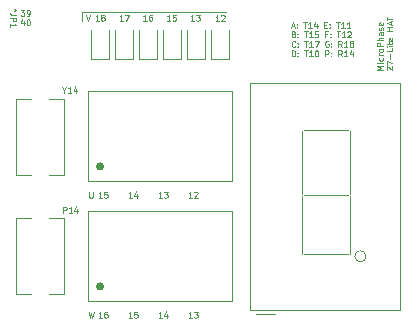
<source format=gbr>
%TF.GenerationSoftware,KiCad,Pcbnew,8.0.2-8.0.2-0~ubuntu24.04.1*%
%TF.CreationDate,2024-05-05T00:33:56+09:00*%
%TF.ProjectId,development_hat,64657665-6c6f-4706-9d65-6e745f686174,rev?*%
%TF.SameCoordinates,Original*%
%TF.FileFunction,Legend,Top*%
%TF.FilePolarity,Positive*%
%FSLAX46Y46*%
G04 Gerber Fmt 4.6, Leading zero omitted, Abs format (unit mm)*
G04 Created by KiCad (PCBNEW 8.0.2-8.0.2-0~ubuntu24.04.1) date 2024-05-05 00:33:56*
%MOMM*%
%LPD*%
G01*
G04 APERTURE LIST*
%ADD10C,0.100000*%
%ADD11C,0.367500*%
%ADD12C,0.120000*%
G04 APERTURE END LIST*
D10*
X42926000Y-90424000D02*
X55118000Y-90424000D01*
X42926000Y-91186000D02*
X42926000Y-90424000D01*
X50404762Y-91158109D02*
X50119048Y-91158109D01*
X50261905Y-91158109D02*
X50261905Y-90658109D01*
X50261905Y-90658109D02*
X50214286Y-90729538D01*
X50214286Y-90729538D02*
X50166667Y-90777157D01*
X50166667Y-90777157D02*
X50119048Y-90800966D01*
X50857142Y-90658109D02*
X50619047Y-90658109D01*
X50619047Y-90658109D02*
X50595238Y-90896204D01*
X50595238Y-90896204D02*
X50619047Y-90872395D01*
X50619047Y-90872395D02*
X50666666Y-90848585D01*
X50666666Y-90848585D02*
X50785714Y-90848585D01*
X50785714Y-90848585D02*
X50833333Y-90872395D01*
X50833333Y-90872395D02*
X50857142Y-90896204D01*
X50857142Y-90896204D02*
X50880952Y-90943823D01*
X50880952Y-90943823D02*
X50880952Y-91062871D01*
X50880952Y-91062871D02*
X50857142Y-91110490D01*
X50857142Y-91110490D02*
X50833333Y-91134300D01*
X50833333Y-91134300D02*
X50785714Y-91158109D01*
X50785714Y-91158109D02*
X50666666Y-91158109D01*
X50666666Y-91158109D02*
X50619047Y-91134300D01*
X50619047Y-91134300D02*
X50595238Y-91110490D01*
X52228762Y-116304109D02*
X51943048Y-116304109D01*
X52085905Y-116304109D02*
X52085905Y-115804109D01*
X52085905Y-115804109D02*
X52038286Y-115875538D01*
X52038286Y-115875538D02*
X51990667Y-115923157D01*
X51990667Y-115923157D02*
X51943048Y-115946966D01*
X52395428Y-115804109D02*
X52704952Y-115804109D01*
X52704952Y-115804109D02*
X52538285Y-115994585D01*
X52538285Y-115994585D02*
X52609714Y-115994585D01*
X52609714Y-115994585D02*
X52657333Y-116018395D01*
X52657333Y-116018395D02*
X52681142Y-116042204D01*
X52681142Y-116042204D02*
X52704952Y-116089823D01*
X52704952Y-116089823D02*
X52704952Y-116208871D01*
X52704952Y-116208871D02*
X52681142Y-116256490D01*
X52681142Y-116256490D02*
X52657333Y-116280300D01*
X52657333Y-116280300D02*
X52609714Y-116304109D01*
X52609714Y-116304109D02*
X52466857Y-116304109D01*
X52466857Y-116304109D02*
X52419238Y-116280300D01*
X52419238Y-116280300D02*
X52395428Y-116256490D01*
X43267334Y-90658109D02*
X43434000Y-91158109D01*
X43434000Y-91158109D02*
X43600667Y-90658109D01*
X44608762Y-106144109D02*
X44323048Y-106144109D01*
X44465905Y-106144109D02*
X44465905Y-105644109D01*
X44465905Y-105644109D02*
X44418286Y-105715538D01*
X44418286Y-105715538D02*
X44370667Y-105763157D01*
X44370667Y-105763157D02*
X44323048Y-105786966D01*
X45061142Y-105644109D02*
X44823047Y-105644109D01*
X44823047Y-105644109D02*
X44799238Y-105882204D01*
X44799238Y-105882204D02*
X44823047Y-105858395D01*
X44823047Y-105858395D02*
X44870666Y-105834585D01*
X44870666Y-105834585D02*
X44989714Y-105834585D01*
X44989714Y-105834585D02*
X45037333Y-105858395D01*
X45037333Y-105858395D02*
X45061142Y-105882204D01*
X45061142Y-105882204D02*
X45084952Y-105929823D01*
X45084952Y-105929823D02*
X45084952Y-106048871D01*
X45084952Y-106048871D02*
X45061142Y-106096490D01*
X45061142Y-106096490D02*
X45037333Y-106120300D01*
X45037333Y-106120300D02*
X44989714Y-106144109D01*
X44989714Y-106144109D02*
X44870666Y-106144109D01*
X44870666Y-106144109D02*
X44823047Y-106120300D01*
X44823047Y-106120300D02*
X44799238Y-106096490D01*
X47148762Y-116304109D02*
X46863048Y-116304109D01*
X47005905Y-116304109D02*
X47005905Y-115804109D01*
X47005905Y-115804109D02*
X46958286Y-115875538D01*
X46958286Y-115875538D02*
X46910667Y-115923157D01*
X46910667Y-115923157D02*
X46863048Y-115946966D01*
X47601142Y-115804109D02*
X47363047Y-115804109D01*
X47363047Y-115804109D02*
X47339238Y-116042204D01*
X47339238Y-116042204D02*
X47363047Y-116018395D01*
X47363047Y-116018395D02*
X47410666Y-115994585D01*
X47410666Y-115994585D02*
X47529714Y-115994585D01*
X47529714Y-115994585D02*
X47577333Y-116018395D01*
X47577333Y-116018395D02*
X47601142Y-116042204D01*
X47601142Y-116042204D02*
X47624952Y-116089823D01*
X47624952Y-116089823D02*
X47624952Y-116208871D01*
X47624952Y-116208871D02*
X47601142Y-116256490D01*
X47601142Y-116256490D02*
X47577333Y-116280300D01*
X47577333Y-116280300D02*
X47529714Y-116304109D01*
X47529714Y-116304109D02*
X47410666Y-116304109D01*
X47410666Y-116304109D02*
X47363047Y-116280300D01*
X47363047Y-116280300D02*
X47339238Y-116256490D01*
X52404762Y-91158109D02*
X52119048Y-91158109D01*
X52261905Y-91158109D02*
X52261905Y-90658109D01*
X52261905Y-90658109D02*
X52214286Y-90729538D01*
X52214286Y-90729538D02*
X52166667Y-90777157D01*
X52166667Y-90777157D02*
X52119048Y-90800966D01*
X52571428Y-90658109D02*
X52880952Y-90658109D01*
X52880952Y-90658109D02*
X52714285Y-90848585D01*
X52714285Y-90848585D02*
X52785714Y-90848585D01*
X52785714Y-90848585D02*
X52833333Y-90872395D01*
X52833333Y-90872395D02*
X52857142Y-90896204D01*
X52857142Y-90896204D02*
X52880952Y-90943823D01*
X52880952Y-90943823D02*
X52880952Y-91062871D01*
X52880952Y-91062871D02*
X52857142Y-91110490D01*
X52857142Y-91110490D02*
X52833333Y-91134300D01*
X52833333Y-91134300D02*
X52785714Y-91158109D01*
X52785714Y-91158109D02*
X52642857Y-91158109D01*
X52642857Y-91158109D02*
X52595238Y-91134300D01*
X52595238Y-91134300D02*
X52571428Y-91110490D01*
X43545142Y-105644109D02*
X43545142Y-106048871D01*
X43545142Y-106048871D02*
X43568952Y-106096490D01*
X43568952Y-106096490D02*
X43592761Y-106120300D01*
X43592761Y-106120300D02*
X43640380Y-106144109D01*
X43640380Y-106144109D02*
X43735618Y-106144109D01*
X43735618Y-106144109D02*
X43783237Y-106120300D01*
X43783237Y-106120300D02*
X43807047Y-106096490D01*
X43807047Y-106096490D02*
X43830856Y-106048871D01*
X43830856Y-106048871D02*
X43830856Y-105644109D01*
X49688762Y-116304109D02*
X49403048Y-116304109D01*
X49545905Y-116304109D02*
X49545905Y-115804109D01*
X49545905Y-115804109D02*
X49498286Y-115875538D01*
X49498286Y-115875538D02*
X49450667Y-115923157D01*
X49450667Y-115923157D02*
X49403048Y-115946966D01*
X50117333Y-115970776D02*
X50117333Y-116304109D01*
X49998285Y-115780300D02*
X49879238Y-116137442D01*
X49879238Y-116137442D02*
X50188761Y-116137442D01*
X49688762Y-106144109D02*
X49403048Y-106144109D01*
X49545905Y-106144109D02*
X49545905Y-105644109D01*
X49545905Y-105644109D02*
X49498286Y-105715538D01*
X49498286Y-105715538D02*
X49450667Y-105763157D01*
X49450667Y-105763157D02*
X49403048Y-105786966D01*
X49855428Y-105644109D02*
X50164952Y-105644109D01*
X50164952Y-105644109D02*
X49998285Y-105834585D01*
X49998285Y-105834585D02*
X50069714Y-105834585D01*
X50069714Y-105834585D02*
X50117333Y-105858395D01*
X50117333Y-105858395D02*
X50141142Y-105882204D01*
X50141142Y-105882204D02*
X50164952Y-105929823D01*
X50164952Y-105929823D02*
X50164952Y-106048871D01*
X50164952Y-106048871D02*
X50141142Y-106096490D01*
X50141142Y-106096490D02*
X50117333Y-106120300D01*
X50117333Y-106120300D02*
X50069714Y-106144109D01*
X50069714Y-106144109D02*
X49926857Y-106144109D01*
X49926857Y-106144109D02*
X49879238Y-106120300D01*
X49879238Y-106120300D02*
X49855428Y-106096490D01*
X37357890Y-90253429D02*
X37238842Y-90253429D01*
X37286461Y-90134381D02*
X37238842Y-90253429D01*
X37238842Y-90253429D02*
X37286461Y-90372476D01*
X37143604Y-90182000D02*
X37238842Y-90253429D01*
X37238842Y-90253429D02*
X37143604Y-90324857D01*
X37357890Y-90705809D02*
X37000747Y-90705809D01*
X37000747Y-90705809D02*
X36929319Y-90682000D01*
X36929319Y-90682000D02*
X36881700Y-90634381D01*
X36881700Y-90634381D02*
X36857890Y-90562952D01*
X36857890Y-90562952D02*
X36857890Y-90515333D01*
X36857890Y-90943904D02*
X37357890Y-90943904D01*
X37357890Y-90943904D02*
X37357890Y-91134380D01*
X37357890Y-91134380D02*
X37334080Y-91181999D01*
X37334080Y-91181999D02*
X37310271Y-91205809D01*
X37310271Y-91205809D02*
X37262652Y-91229618D01*
X37262652Y-91229618D02*
X37191223Y-91229618D01*
X37191223Y-91229618D02*
X37143604Y-91205809D01*
X37143604Y-91205809D02*
X37119795Y-91181999D01*
X37119795Y-91181999D02*
X37095985Y-91134380D01*
X37095985Y-91134380D02*
X37095985Y-90943904D01*
X36857890Y-91705809D02*
X36857890Y-91420095D01*
X36857890Y-91562952D02*
X37357890Y-91562952D01*
X37357890Y-91562952D02*
X37286461Y-91515333D01*
X37286461Y-91515333D02*
X37238842Y-91467714D01*
X37238842Y-91467714D02*
X37215033Y-91420095D01*
X54514762Y-91196609D02*
X54229048Y-91196609D01*
X54371905Y-91196609D02*
X54371905Y-90696609D01*
X54371905Y-90696609D02*
X54324286Y-90768038D01*
X54324286Y-90768038D02*
X54276667Y-90815657D01*
X54276667Y-90815657D02*
X54229048Y-90839466D01*
X54705238Y-90744228D02*
X54729047Y-90720419D01*
X54729047Y-90720419D02*
X54776666Y-90696609D01*
X54776666Y-90696609D02*
X54895714Y-90696609D01*
X54895714Y-90696609D02*
X54943333Y-90720419D01*
X54943333Y-90720419D02*
X54967142Y-90744228D01*
X54967142Y-90744228D02*
X54990952Y-90791847D01*
X54990952Y-90791847D02*
X54990952Y-90839466D01*
X54990952Y-90839466D02*
X54967142Y-90910895D01*
X54967142Y-90910895D02*
X54681428Y-91196609D01*
X54681428Y-91196609D02*
X54990952Y-91196609D01*
X44608762Y-116304109D02*
X44323048Y-116304109D01*
X44465905Y-116304109D02*
X44465905Y-115804109D01*
X44465905Y-115804109D02*
X44418286Y-115875538D01*
X44418286Y-115875538D02*
X44370667Y-115923157D01*
X44370667Y-115923157D02*
X44323048Y-115946966D01*
X45037333Y-115804109D02*
X44942095Y-115804109D01*
X44942095Y-115804109D02*
X44894476Y-115827919D01*
X44894476Y-115827919D02*
X44870666Y-115851728D01*
X44870666Y-115851728D02*
X44823047Y-115923157D01*
X44823047Y-115923157D02*
X44799238Y-116018395D01*
X44799238Y-116018395D02*
X44799238Y-116208871D01*
X44799238Y-116208871D02*
X44823047Y-116256490D01*
X44823047Y-116256490D02*
X44846857Y-116280300D01*
X44846857Y-116280300D02*
X44894476Y-116304109D01*
X44894476Y-116304109D02*
X44989714Y-116304109D01*
X44989714Y-116304109D02*
X45037333Y-116280300D01*
X45037333Y-116280300D02*
X45061142Y-116256490D01*
X45061142Y-116256490D02*
X45084952Y-116208871D01*
X45084952Y-116208871D02*
X45084952Y-116089823D01*
X45084952Y-116089823D02*
X45061142Y-116042204D01*
X45061142Y-116042204D02*
X45037333Y-116018395D01*
X45037333Y-116018395D02*
X44989714Y-115994585D01*
X44989714Y-115994585D02*
X44894476Y-115994585D01*
X44894476Y-115994585D02*
X44846857Y-116018395D01*
X44846857Y-116018395D02*
X44823047Y-116042204D01*
X44823047Y-116042204D02*
X44799238Y-116089823D01*
X68403623Y-95319163D02*
X67903623Y-95319163D01*
X67903623Y-95319163D02*
X68260766Y-95152496D01*
X68260766Y-95152496D02*
X67903623Y-94985830D01*
X67903623Y-94985830D02*
X68403623Y-94985830D01*
X68403623Y-94747734D02*
X68070290Y-94747734D01*
X67903623Y-94747734D02*
X67927433Y-94771543D01*
X67927433Y-94771543D02*
X67951242Y-94747734D01*
X67951242Y-94747734D02*
X67927433Y-94723924D01*
X67927433Y-94723924D02*
X67903623Y-94747734D01*
X67903623Y-94747734D02*
X67951242Y-94747734D01*
X68379814Y-94295353D02*
X68403623Y-94342972D01*
X68403623Y-94342972D02*
X68403623Y-94438210D01*
X68403623Y-94438210D02*
X68379814Y-94485829D01*
X68379814Y-94485829D02*
X68356004Y-94509639D01*
X68356004Y-94509639D02*
X68308385Y-94533448D01*
X68308385Y-94533448D02*
X68165528Y-94533448D01*
X68165528Y-94533448D02*
X68117909Y-94509639D01*
X68117909Y-94509639D02*
X68094099Y-94485829D01*
X68094099Y-94485829D02*
X68070290Y-94438210D01*
X68070290Y-94438210D02*
X68070290Y-94342972D01*
X68070290Y-94342972D02*
X68094099Y-94295353D01*
X68403623Y-94081068D02*
X68070290Y-94081068D01*
X68165528Y-94081068D02*
X68117909Y-94057258D01*
X68117909Y-94057258D02*
X68094099Y-94033449D01*
X68094099Y-94033449D02*
X68070290Y-93985830D01*
X68070290Y-93985830D02*
X68070290Y-93938211D01*
X68403623Y-93700115D02*
X68379814Y-93747734D01*
X68379814Y-93747734D02*
X68356004Y-93771544D01*
X68356004Y-93771544D02*
X68308385Y-93795353D01*
X68308385Y-93795353D02*
X68165528Y-93795353D01*
X68165528Y-93795353D02*
X68117909Y-93771544D01*
X68117909Y-93771544D02*
X68094099Y-93747734D01*
X68094099Y-93747734D02*
X68070290Y-93700115D01*
X68070290Y-93700115D02*
X68070290Y-93628687D01*
X68070290Y-93628687D02*
X68094099Y-93581068D01*
X68094099Y-93581068D02*
X68117909Y-93557258D01*
X68117909Y-93557258D02*
X68165528Y-93533449D01*
X68165528Y-93533449D02*
X68308385Y-93533449D01*
X68308385Y-93533449D02*
X68356004Y-93557258D01*
X68356004Y-93557258D02*
X68379814Y-93581068D01*
X68379814Y-93581068D02*
X68403623Y-93628687D01*
X68403623Y-93628687D02*
X68403623Y-93700115D01*
X68403623Y-93319163D02*
X67903623Y-93319163D01*
X67903623Y-93319163D02*
X67903623Y-93128687D01*
X67903623Y-93128687D02*
X67927433Y-93081068D01*
X67927433Y-93081068D02*
X67951242Y-93057258D01*
X67951242Y-93057258D02*
X67998861Y-93033449D01*
X67998861Y-93033449D02*
X68070290Y-93033449D01*
X68070290Y-93033449D02*
X68117909Y-93057258D01*
X68117909Y-93057258D02*
X68141718Y-93081068D01*
X68141718Y-93081068D02*
X68165528Y-93128687D01*
X68165528Y-93128687D02*
X68165528Y-93319163D01*
X68403623Y-92819163D02*
X67903623Y-92819163D01*
X68403623Y-92604877D02*
X68141718Y-92604877D01*
X68141718Y-92604877D02*
X68094099Y-92628687D01*
X68094099Y-92628687D02*
X68070290Y-92676306D01*
X68070290Y-92676306D02*
X68070290Y-92747734D01*
X68070290Y-92747734D02*
X68094099Y-92795353D01*
X68094099Y-92795353D02*
X68117909Y-92819163D01*
X68403623Y-92152496D02*
X68141718Y-92152496D01*
X68141718Y-92152496D02*
X68094099Y-92176306D01*
X68094099Y-92176306D02*
X68070290Y-92223925D01*
X68070290Y-92223925D02*
X68070290Y-92319163D01*
X68070290Y-92319163D02*
X68094099Y-92366782D01*
X68379814Y-92152496D02*
X68403623Y-92200115D01*
X68403623Y-92200115D02*
X68403623Y-92319163D01*
X68403623Y-92319163D02*
X68379814Y-92366782D01*
X68379814Y-92366782D02*
X68332194Y-92390591D01*
X68332194Y-92390591D02*
X68284575Y-92390591D01*
X68284575Y-92390591D02*
X68236956Y-92366782D01*
X68236956Y-92366782D02*
X68213147Y-92319163D01*
X68213147Y-92319163D02*
X68213147Y-92200115D01*
X68213147Y-92200115D02*
X68189337Y-92152496D01*
X68379814Y-91938210D02*
X68403623Y-91890591D01*
X68403623Y-91890591D02*
X68403623Y-91795353D01*
X68403623Y-91795353D02*
X68379814Y-91747734D01*
X68379814Y-91747734D02*
X68332194Y-91723925D01*
X68332194Y-91723925D02*
X68308385Y-91723925D01*
X68308385Y-91723925D02*
X68260766Y-91747734D01*
X68260766Y-91747734D02*
X68236956Y-91795353D01*
X68236956Y-91795353D02*
X68236956Y-91866782D01*
X68236956Y-91866782D02*
X68213147Y-91914401D01*
X68213147Y-91914401D02*
X68165528Y-91938210D01*
X68165528Y-91938210D02*
X68141718Y-91938210D01*
X68141718Y-91938210D02*
X68094099Y-91914401D01*
X68094099Y-91914401D02*
X68070290Y-91866782D01*
X68070290Y-91866782D02*
X68070290Y-91795353D01*
X68070290Y-91795353D02*
X68094099Y-91747734D01*
X68379814Y-91319163D02*
X68403623Y-91366782D01*
X68403623Y-91366782D02*
X68403623Y-91462020D01*
X68403623Y-91462020D02*
X68379814Y-91509639D01*
X68379814Y-91509639D02*
X68332194Y-91533448D01*
X68332194Y-91533448D02*
X68141718Y-91533448D01*
X68141718Y-91533448D02*
X68094099Y-91509639D01*
X68094099Y-91509639D02*
X68070290Y-91462020D01*
X68070290Y-91462020D02*
X68070290Y-91366782D01*
X68070290Y-91366782D02*
X68094099Y-91319163D01*
X68094099Y-91319163D02*
X68141718Y-91295353D01*
X68141718Y-91295353D02*
X68189337Y-91295353D01*
X68189337Y-91295353D02*
X68236956Y-91533448D01*
X68708595Y-95366782D02*
X68708595Y-95033449D01*
X68708595Y-95033449D02*
X69208595Y-95366782D01*
X69208595Y-95366782D02*
X69208595Y-95033449D01*
X68708595Y-94890592D02*
X68708595Y-94557259D01*
X68708595Y-94557259D02*
X69208595Y-94771544D01*
X69018119Y-94366783D02*
X69018119Y-93985831D01*
X69208595Y-93509640D02*
X69208595Y-93747735D01*
X69208595Y-93747735D02*
X68708595Y-93747735D01*
X69208595Y-93342973D02*
X68875262Y-93342973D01*
X68708595Y-93342973D02*
X68732405Y-93366782D01*
X68732405Y-93366782D02*
X68756214Y-93342973D01*
X68756214Y-93342973D02*
X68732405Y-93319163D01*
X68732405Y-93319163D02*
X68708595Y-93342973D01*
X68708595Y-93342973D02*
X68756214Y-93342973D01*
X68875262Y-93176306D02*
X68875262Y-92985830D01*
X68708595Y-93104878D02*
X69137166Y-93104878D01*
X69137166Y-93104878D02*
X69184786Y-93081068D01*
X69184786Y-93081068D02*
X69208595Y-93033449D01*
X69208595Y-93033449D02*
X69208595Y-92985830D01*
X69184786Y-92628688D02*
X69208595Y-92676307D01*
X69208595Y-92676307D02*
X69208595Y-92771545D01*
X69208595Y-92771545D02*
X69184786Y-92819164D01*
X69184786Y-92819164D02*
X69137166Y-92842973D01*
X69137166Y-92842973D02*
X68946690Y-92842973D01*
X68946690Y-92842973D02*
X68899071Y-92819164D01*
X68899071Y-92819164D02*
X68875262Y-92771545D01*
X68875262Y-92771545D02*
X68875262Y-92676307D01*
X68875262Y-92676307D02*
X68899071Y-92628688D01*
X68899071Y-92628688D02*
X68946690Y-92604878D01*
X68946690Y-92604878D02*
X68994309Y-92604878D01*
X68994309Y-92604878D02*
X69041928Y-92842973D01*
X69208595Y-92009641D02*
X68708595Y-92009641D01*
X68946690Y-92009641D02*
X68946690Y-91723927D01*
X69208595Y-91723927D02*
X68708595Y-91723927D01*
X69065738Y-91509640D02*
X69065738Y-91271545D01*
X69208595Y-91557259D02*
X68708595Y-91390593D01*
X68708595Y-91390593D02*
X69208595Y-91223926D01*
X68708595Y-91128688D02*
X68708595Y-90842974D01*
X69208595Y-90985831D02*
X68708595Y-90985831D01*
X48404762Y-91158109D02*
X48119048Y-91158109D01*
X48261905Y-91158109D02*
X48261905Y-90658109D01*
X48261905Y-90658109D02*
X48214286Y-90729538D01*
X48214286Y-90729538D02*
X48166667Y-90777157D01*
X48166667Y-90777157D02*
X48119048Y-90800966D01*
X48833333Y-90658109D02*
X48738095Y-90658109D01*
X48738095Y-90658109D02*
X48690476Y-90681919D01*
X48690476Y-90681919D02*
X48666666Y-90705728D01*
X48666666Y-90705728D02*
X48619047Y-90777157D01*
X48619047Y-90777157D02*
X48595238Y-90872395D01*
X48595238Y-90872395D02*
X48595238Y-91062871D01*
X48595238Y-91062871D02*
X48619047Y-91110490D01*
X48619047Y-91110490D02*
X48642857Y-91134300D01*
X48642857Y-91134300D02*
X48690476Y-91158109D01*
X48690476Y-91158109D02*
X48785714Y-91158109D01*
X48785714Y-91158109D02*
X48833333Y-91134300D01*
X48833333Y-91134300D02*
X48857142Y-91110490D01*
X48857142Y-91110490D02*
X48880952Y-91062871D01*
X48880952Y-91062871D02*
X48880952Y-90943823D01*
X48880952Y-90943823D02*
X48857142Y-90896204D01*
X48857142Y-90896204D02*
X48833333Y-90872395D01*
X48833333Y-90872395D02*
X48785714Y-90848585D01*
X48785714Y-90848585D02*
X48690476Y-90848585D01*
X48690476Y-90848585D02*
X48642857Y-90872395D01*
X48642857Y-90872395D02*
X48619047Y-90896204D01*
X48619047Y-90896204D02*
X48595238Y-90943823D01*
X52228762Y-106144109D02*
X51943048Y-106144109D01*
X52085905Y-106144109D02*
X52085905Y-105644109D01*
X52085905Y-105644109D02*
X52038286Y-105715538D01*
X52038286Y-105715538D02*
X51990667Y-105763157D01*
X51990667Y-105763157D02*
X51943048Y-105786966D01*
X52419238Y-105691728D02*
X52443047Y-105667919D01*
X52443047Y-105667919D02*
X52490666Y-105644109D01*
X52490666Y-105644109D02*
X52609714Y-105644109D01*
X52609714Y-105644109D02*
X52657333Y-105667919D01*
X52657333Y-105667919D02*
X52681142Y-105691728D01*
X52681142Y-105691728D02*
X52704952Y-105739347D01*
X52704952Y-105739347D02*
X52704952Y-105786966D01*
X52704952Y-105786966D02*
X52681142Y-105858395D01*
X52681142Y-105858395D02*
X52395428Y-106144109D01*
X52395428Y-106144109D02*
X52704952Y-106144109D01*
X46386762Y-91158109D02*
X46101048Y-91158109D01*
X46243905Y-91158109D02*
X46243905Y-90658109D01*
X46243905Y-90658109D02*
X46196286Y-90729538D01*
X46196286Y-90729538D02*
X46148667Y-90777157D01*
X46148667Y-90777157D02*
X46101048Y-90800966D01*
X46553428Y-90658109D02*
X46886761Y-90658109D01*
X46886761Y-90658109D02*
X46672476Y-91158109D01*
X37729217Y-90255623D02*
X38038741Y-90255623D01*
X38038741Y-90255623D02*
X37872074Y-90446099D01*
X37872074Y-90446099D02*
X37943503Y-90446099D01*
X37943503Y-90446099D02*
X37991122Y-90469909D01*
X37991122Y-90469909D02*
X38014931Y-90493718D01*
X38014931Y-90493718D02*
X38038741Y-90541337D01*
X38038741Y-90541337D02*
X38038741Y-90660385D01*
X38038741Y-90660385D02*
X38014931Y-90708004D01*
X38014931Y-90708004D02*
X37991122Y-90731814D01*
X37991122Y-90731814D02*
X37943503Y-90755623D01*
X37943503Y-90755623D02*
X37800646Y-90755623D01*
X37800646Y-90755623D02*
X37753027Y-90731814D01*
X37753027Y-90731814D02*
X37729217Y-90708004D01*
X38276836Y-90755623D02*
X38372074Y-90755623D01*
X38372074Y-90755623D02*
X38419693Y-90731814D01*
X38419693Y-90731814D02*
X38443502Y-90708004D01*
X38443502Y-90708004D02*
X38491121Y-90636575D01*
X38491121Y-90636575D02*
X38514931Y-90541337D01*
X38514931Y-90541337D02*
X38514931Y-90350861D01*
X38514931Y-90350861D02*
X38491121Y-90303242D01*
X38491121Y-90303242D02*
X38467312Y-90279433D01*
X38467312Y-90279433D02*
X38419693Y-90255623D01*
X38419693Y-90255623D02*
X38324455Y-90255623D01*
X38324455Y-90255623D02*
X38276836Y-90279433D01*
X38276836Y-90279433D02*
X38253026Y-90303242D01*
X38253026Y-90303242D02*
X38229217Y-90350861D01*
X38229217Y-90350861D02*
X38229217Y-90469909D01*
X38229217Y-90469909D02*
X38253026Y-90517528D01*
X38253026Y-90517528D02*
X38276836Y-90541337D01*
X38276836Y-90541337D02*
X38324455Y-90565147D01*
X38324455Y-90565147D02*
X38419693Y-90565147D01*
X38419693Y-90565147D02*
X38467312Y-90541337D01*
X38467312Y-90541337D02*
X38491121Y-90517528D01*
X38491121Y-90517528D02*
X38514931Y-90469909D01*
X37991122Y-91227262D02*
X37991122Y-91560595D01*
X37872074Y-91036786D02*
X37753027Y-91393928D01*
X37753027Y-91393928D02*
X38062550Y-91393928D01*
X38348264Y-91060595D02*
X38395883Y-91060595D01*
X38395883Y-91060595D02*
X38443502Y-91084405D01*
X38443502Y-91084405D02*
X38467312Y-91108214D01*
X38467312Y-91108214D02*
X38491121Y-91155833D01*
X38491121Y-91155833D02*
X38514931Y-91251071D01*
X38514931Y-91251071D02*
X38514931Y-91370119D01*
X38514931Y-91370119D02*
X38491121Y-91465357D01*
X38491121Y-91465357D02*
X38467312Y-91512976D01*
X38467312Y-91512976D02*
X38443502Y-91536786D01*
X38443502Y-91536786D02*
X38395883Y-91560595D01*
X38395883Y-91560595D02*
X38348264Y-91560595D01*
X38348264Y-91560595D02*
X38300645Y-91536786D01*
X38300645Y-91536786D02*
X38276836Y-91512976D01*
X38276836Y-91512976D02*
X38253026Y-91465357D01*
X38253026Y-91465357D02*
X38229217Y-91370119D01*
X38229217Y-91370119D02*
X38229217Y-91251071D01*
X38229217Y-91251071D02*
X38253026Y-91155833D01*
X38253026Y-91155833D02*
X38276836Y-91108214D01*
X38276836Y-91108214D02*
X38300645Y-91084405D01*
X38300645Y-91084405D02*
X38348264Y-91060595D01*
X44354762Y-91158109D02*
X44069048Y-91158109D01*
X44211905Y-91158109D02*
X44211905Y-90658109D01*
X44211905Y-90658109D02*
X44164286Y-90729538D01*
X44164286Y-90729538D02*
X44116667Y-90777157D01*
X44116667Y-90777157D02*
X44069048Y-90800966D01*
X44640476Y-90872395D02*
X44592857Y-90848585D01*
X44592857Y-90848585D02*
X44569047Y-90824776D01*
X44569047Y-90824776D02*
X44545238Y-90777157D01*
X44545238Y-90777157D02*
X44545238Y-90753347D01*
X44545238Y-90753347D02*
X44569047Y-90705728D01*
X44569047Y-90705728D02*
X44592857Y-90681919D01*
X44592857Y-90681919D02*
X44640476Y-90658109D01*
X44640476Y-90658109D02*
X44735714Y-90658109D01*
X44735714Y-90658109D02*
X44783333Y-90681919D01*
X44783333Y-90681919D02*
X44807142Y-90705728D01*
X44807142Y-90705728D02*
X44830952Y-90753347D01*
X44830952Y-90753347D02*
X44830952Y-90777157D01*
X44830952Y-90777157D02*
X44807142Y-90824776D01*
X44807142Y-90824776D02*
X44783333Y-90848585D01*
X44783333Y-90848585D02*
X44735714Y-90872395D01*
X44735714Y-90872395D02*
X44640476Y-90872395D01*
X44640476Y-90872395D02*
X44592857Y-90896204D01*
X44592857Y-90896204D02*
X44569047Y-90920014D01*
X44569047Y-90920014D02*
X44545238Y-90967633D01*
X44545238Y-90967633D02*
X44545238Y-91062871D01*
X44545238Y-91062871D02*
X44569047Y-91110490D01*
X44569047Y-91110490D02*
X44592857Y-91134300D01*
X44592857Y-91134300D02*
X44640476Y-91158109D01*
X44640476Y-91158109D02*
X44735714Y-91158109D01*
X44735714Y-91158109D02*
X44783333Y-91134300D01*
X44783333Y-91134300D02*
X44807142Y-91110490D01*
X44807142Y-91110490D02*
X44830952Y-91062871D01*
X44830952Y-91062871D02*
X44830952Y-90967633D01*
X44830952Y-90967633D02*
X44807142Y-90920014D01*
X44807142Y-90920014D02*
X44783333Y-90896204D01*
X44783333Y-90896204D02*
X44735714Y-90872395D01*
X43473714Y-115804109D02*
X43592762Y-116304109D01*
X43592762Y-116304109D02*
X43688000Y-115946966D01*
X43688000Y-115946966D02*
X43783238Y-116304109D01*
X43783238Y-116304109D02*
X43902286Y-115804109D01*
X47148762Y-106144109D02*
X46863048Y-106144109D01*
X47005905Y-106144109D02*
X47005905Y-105644109D01*
X47005905Y-105644109D02*
X46958286Y-105715538D01*
X46958286Y-105715538D02*
X46910667Y-105763157D01*
X46910667Y-105763157D02*
X46863048Y-105786966D01*
X47577333Y-105810776D02*
X47577333Y-106144109D01*
X47458285Y-105620300D02*
X47339238Y-105977442D01*
X47339238Y-105977442D02*
X47648761Y-105977442D01*
X60661027Y-91625794D02*
X60899122Y-91625794D01*
X60613408Y-91768651D02*
X60780074Y-91268651D01*
X60780074Y-91268651D02*
X60946741Y-91768651D01*
X61113407Y-91721032D02*
X61137217Y-91744842D01*
X61137217Y-91744842D02*
X61113407Y-91768651D01*
X61113407Y-91768651D02*
X61089598Y-91744842D01*
X61089598Y-91744842D02*
X61113407Y-91721032D01*
X61113407Y-91721032D02*
X61113407Y-91768651D01*
X61113407Y-91459127D02*
X61137217Y-91482937D01*
X61137217Y-91482937D02*
X61113407Y-91506746D01*
X61113407Y-91506746D02*
X61089598Y-91482937D01*
X61089598Y-91482937D02*
X61113407Y-91459127D01*
X61113407Y-91459127D02*
X61113407Y-91506746D01*
X61661026Y-91268651D02*
X61946740Y-91268651D01*
X61803883Y-91768651D02*
X61803883Y-91268651D01*
X62375311Y-91768651D02*
X62089597Y-91768651D01*
X62232454Y-91768651D02*
X62232454Y-91268651D01*
X62232454Y-91268651D02*
X62184835Y-91340080D01*
X62184835Y-91340080D02*
X62137216Y-91387699D01*
X62137216Y-91387699D02*
X62089597Y-91411508D01*
X62803882Y-91435318D02*
X62803882Y-91768651D01*
X62684834Y-91244842D02*
X62565787Y-91601984D01*
X62565787Y-91601984D02*
X62875310Y-91601984D01*
X63446738Y-91506746D02*
X63613405Y-91506746D01*
X63684833Y-91768651D02*
X63446738Y-91768651D01*
X63446738Y-91768651D02*
X63446738Y-91268651D01*
X63446738Y-91268651D02*
X63684833Y-91268651D01*
X63899119Y-91721032D02*
X63922929Y-91744842D01*
X63922929Y-91744842D02*
X63899119Y-91768651D01*
X63899119Y-91768651D02*
X63875310Y-91744842D01*
X63875310Y-91744842D02*
X63899119Y-91721032D01*
X63899119Y-91721032D02*
X63899119Y-91768651D01*
X63899119Y-91459127D02*
X63922929Y-91482937D01*
X63922929Y-91482937D02*
X63899119Y-91506746D01*
X63899119Y-91506746D02*
X63875310Y-91482937D01*
X63875310Y-91482937D02*
X63899119Y-91459127D01*
X63899119Y-91459127D02*
X63899119Y-91506746D01*
X64446738Y-91268651D02*
X64732452Y-91268651D01*
X64589595Y-91768651D02*
X64589595Y-91268651D01*
X65161023Y-91768651D02*
X64875309Y-91768651D01*
X65018166Y-91768651D02*
X65018166Y-91268651D01*
X65018166Y-91268651D02*
X64970547Y-91340080D01*
X64970547Y-91340080D02*
X64922928Y-91387699D01*
X64922928Y-91387699D02*
X64875309Y-91411508D01*
X65637213Y-91768651D02*
X65351499Y-91768651D01*
X65494356Y-91768651D02*
X65494356Y-91268651D01*
X65494356Y-91268651D02*
X65446737Y-91340080D01*
X65446737Y-91340080D02*
X65399118Y-91387699D01*
X65399118Y-91387699D02*
X65351499Y-91411508D01*
X60851503Y-92311718D02*
X60922931Y-92335528D01*
X60922931Y-92335528D02*
X60946741Y-92359337D01*
X60946741Y-92359337D02*
X60970550Y-92406956D01*
X60970550Y-92406956D02*
X60970550Y-92478385D01*
X60970550Y-92478385D02*
X60946741Y-92526004D01*
X60946741Y-92526004D02*
X60922931Y-92549814D01*
X60922931Y-92549814D02*
X60875312Y-92573623D01*
X60875312Y-92573623D02*
X60684836Y-92573623D01*
X60684836Y-92573623D02*
X60684836Y-92073623D01*
X60684836Y-92073623D02*
X60851503Y-92073623D01*
X60851503Y-92073623D02*
X60899122Y-92097433D01*
X60899122Y-92097433D02*
X60922931Y-92121242D01*
X60922931Y-92121242D02*
X60946741Y-92168861D01*
X60946741Y-92168861D02*
X60946741Y-92216480D01*
X60946741Y-92216480D02*
X60922931Y-92264099D01*
X60922931Y-92264099D02*
X60899122Y-92287909D01*
X60899122Y-92287909D02*
X60851503Y-92311718D01*
X60851503Y-92311718D02*
X60684836Y-92311718D01*
X61184836Y-92526004D02*
X61208646Y-92549814D01*
X61208646Y-92549814D02*
X61184836Y-92573623D01*
X61184836Y-92573623D02*
X61161027Y-92549814D01*
X61161027Y-92549814D02*
X61184836Y-92526004D01*
X61184836Y-92526004D02*
X61184836Y-92573623D01*
X61184836Y-92264099D02*
X61208646Y-92287909D01*
X61208646Y-92287909D02*
X61184836Y-92311718D01*
X61184836Y-92311718D02*
X61161027Y-92287909D01*
X61161027Y-92287909D02*
X61184836Y-92264099D01*
X61184836Y-92264099D02*
X61184836Y-92311718D01*
X61732455Y-92073623D02*
X62018169Y-92073623D01*
X61875312Y-92573623D02*
X61875312Y-92073623D01*
X62446740Y-92573623D02*
X62161026Y-92573623D01*
X62303883Y-92573623D02*
X62303883Y-92073623D01*
X62303883Y-92073623D02*
X62256264Y-92145052D01*
X62256264Y-92145052D02*
X62208645Y-92192671D01*
X62208645Y-92192671D02*
X62161026Y-92216480D01*
X62899120Y-92073623D02*
X62661025Y-92073623D01*
X62661025Y-92073623D02*
X62637216Y-92311718D01*
X62637216Y-92311718D02*
X62661025Y-92287909D01*
X62661025Y-92287909D02*
X62708644Y-92264099D01*
X62708644Y-92264099D02*
X62827692Y-92264099D01*
X62827692Y-92264099D02*
X62875311Y-92287909D01*
X62875311Y-92287909D02*
X62899120Y-92311718D01*
X62899120Y-92311718D02*
X62922930Y-92359337D01*
X62922930Y-92359337D02*
X62922930Y-92478385D01*
X62922930Y-92478385D02*
X62899120Y-92526004D01*
X62899120Y-92526004D02*
X62875311Y-92549814D01*
X62875311Y-92549814D02*
X62827692Y-92573623D01*
X62827692Y-92573623D02*
X62708644Y-92573623D01*
X62708644Y-92573623D02*
X62661025Y-92549814D01*
X62661025Y-92549814D02*
X62637216Y-92526004D01*
X63684834Y-92311718D02*
X63518167Y-92311718D01*
X63518167Y-92573623D02*
X63518167Y-92073623D01*
X63518167Y-92073623D02*
X63756262Y-92073623D01*
X63946738Y-92526004D02*
X63970548Y-92549814D01*
X63970548Y-92549814D02*
X63946738Y-92573623D01*
X63946738Y-92573623D02*
X63922929Y-92549814D01*
X63922929Y-92549814D02*
X63946738Y-92526004D01*
X63946738Y-92526004D02*
X63946738Y-92573623D01*
X63946738Y-92264099D02*
X63970548Y-92287909D01*
X63970548Y-92287909D02*
X63946738Y-92311718D01*
X63946738Y-92311718D02*
X63922929Y-92287909D01*
X63922929Y-92287909D02*
X63946738Y-92264099D01*
X63946738Y-92264099D02*
X63946738Y-92311718D01*
X64494357Y-92073623D02*
X64780071Y-92073623D01*
X64637214Y-92573623D02*
X64637214Y-92073623D01*
X65208642Y-92573623D02*
X64922928Y-92573623D01*
X65065785Y-92573623D02*
X65065785Y-92073623D01*
X65065785Y-92073623D02*
X65018166Y-92145052D01*
X65018166Y-92145052D02*
X64970547Y-92192671D01*
X64970547Y-92192671D02*
X64922928Y-92216480D01*
X65399118Y-92121242D02*
X65422927Y-92097433D01*
X65422927Y-92097433D02*
X65470546Y-92073623D01*
X65470546Y-92073623D02*
X65589594Y-92073623D01*
X65589594Y-92073623D02*
X65637213Y-92097433D01*
X65637213Y-92097433D02*
X65661022Y-92121242D01*
X65661022Y-92121242D02*
X65684832Y-92168861D01*
X65684832Y-92168861D02*
X65684832Y-92216480D01*
X65684832Y-92216480D02*
X65661022Y-92287909D01*
X65661022Y-92287909D02*
X65375308Y-92573623D01*
X65375308Y-92573623D02*
X65684832Y-92573623D01*
X60970550Y-93330976D02*
X60946741Y-93354786D01*
X60946741Y-93354786D02*
X60875312Y-93378595D01*
X60875312Y-93378595D02*
X60827693Y-93378595D01*
X60827693Y-93378595D02*
X60756265Y-93354786D01*
X60756265Y-93354786D02*
X60708646Y-93307166D01*
X60708646Y-93307166D02*
X60684836Y-93259547D01*
X60684836Y-93259547D02*
X60661027Y-93164309D01*
X60661027Y-93164309D02*
X60661027Y-93092881D01*
X60661027Y-93092881D02*
X60684836Y-92997643D01*
X60684836Y-92997643D02*
X60708646Y-92950024D01*
X60708646Y-92950024D02*
X60756265Y-92902405D01*
X60756265Y-92902405D02*
X60827693Y-92878595D01*
X60827693Y-92878595D02*
X60875312Y-92878595D01*
X60875312Y-92878595D02*
X60946741Y-92902405D01*
X60946741Y-92902405D02*
X60970550Y-92926214D01*
X61184836Y-93330976D02*
X61208646Y-93354786D01*
X61208646Y-93354786D02*
X61184836Y-93378595D01*
X61184836Y-93378595D02*
X61161027Y-93354786D01*
X61161027Y-93354786D02*
X61184836Y-93330976D01*
X61184836Y-93330976D02*
X61184836Y-93378595D01*
X61184836Y-93069071D02*
X61208646Y-93092881D01*
X61208646Y-93092881D02*
X61184836Y-93116690D01*
X61184836Y-93116690D02*
X61161027Y-93092881D01*
X61161027Y-93092881D02*
X61184836Y-93069071D01*
X61184836Y-93069071D02*
X61184836Y-93116690D01*
X61732455Y-92878595D02*
X62018169Y-92878595D01*
X61875312Y-93378595D02*
X61875312Y-92878595D01*
X62446740Y-93378595D02*
X62161026Y-93378595D01*
X62303883Y-93378595D02*
X62303883Y-92878595D01*
X62303883Y-92878595D02*
X62256264Y-92950024D01*
X62256264Y-92950024D02*
X62208645Y-92997643D01*
X62208645Y-92997643D02*
X62161026Y-93021452D01*
X62613406Y-92878595D02*
X62946739Y-92878595D01*
X62946739Y-92878595D02*
X62732454Y-93378595D01*
X63780072Y-92902405D02*
X63732453Y-92878595D01*
X63732453Y-92878595D02*
X63661024Y-92878595D01*
X63661024Y-92878595D02*
X63589596Y-92902405D01*
X63589596Y-92902405D02*
X63541977Y-92950024D01*
X63541977Y-92950024D02*
X63518167Y-92997643D01*
X63518167Y-92997643D02*
X63494358Y-93092881D01*
X63494358Y-93092881D02*
X63494358Y-93164309D01*
X63494358Y-93164309D02*
X63518167Y-93259547D01*
X63518167Y-93259547D02*
X63541977Y-93307166D01*
X63541977Y-93307166D02*
X63589596Y-93354786D01*
X63589596Y-93354786D02*
X63661024Y-93378595D01*
X63661024Y-93378595D02*
X63708643Y-93378595D01*
X63708643Y-93378595D02*
X63780072Y-93354786D01*
X63780072Y-93354786D02*
X63803881Y-93330976D01*
X63803881Y-93330976D02*
X63803881Y-93164309D01*
X63803881Y-93164309D02*
X63708643Y-93164309D01*
X64018167Y-93330976D02*
X64041977Y-93354786D01*
X64041977Y-93354786D02*
X64018167Y-93378595D01*
X64018167Y-93378595D02*
X63994358Y-93354786D01*
X63994358Y-93354786D02*
X64018167Y-93330976D01*
X64018167Y-93330976D02*
X64018167Y-93378595D01*
X64018167Y-93069071D02*
X64041977Y-93092881D01*
X64041977Y-93092881D02*
X64018167Y-93116690D01*
X64018167Y-93116690D02*
X63994358Y-93092881D01*
X63994358Y-93092881D02*
X64018167Y-93069071D01*
X64018167Y-93069071D02*
X64018167Y-93116690D01*
X64922928Y-93378595D02*
X64756262Y-93140500D01*
X64637214Y-93378595D02*
X64637214Y-92878595D01*
X64637214Y-92878595D02*
X64827690Y-92878595D01*
X64827690Y-92878595D02*
X64875309Y-92902405D01*
X64875309Y-92902405D02*
X64899119Y-92926214D01*
X64899119Y-92926214D02*
X64922928Y-92973833D01*
X64922928Y-92973833D02*
X64922928Y-93045262D01*
X64922928Y-93045262D02*
X64899119Y-93092881D01*
X64899119Y-93092881D02*
X64875309Y-93116690D01*
X64875309Y-93116690D02*
X64827690Y-93140500D01*
X64827690Y-93140500D02*
X64637214Y-93140500D01*
X65399119Y-93378595D02*
X65113405Y-93378595D01*
X65256262Y-93378595D02*
X65256262Y-92878595D01*
X65256262Y-92878595D02*
X65208643Y-92950024D01*
X65208643Y-92950024D02*
X65161024Y-92997643D01*
X65161024Y-92997643D02*
X65113405Y-93021452D01*
X65684833Y-93092881D02*
X65637214Y-93069071D01*
X65637214Y-93069071D02*
X65613404Y-93045262D01*
X65613404Y-93045262D02*
X65589595Y-92997643D01*
X65589595Y-92997643D02*
X65589595Y-92973833D01*
X65589595Y-92973833D02*
X65613404Y-92926214D01*
X65613404Y-92926214D02*
X65637214Y-92902405D01*
X65637214Y-92902405D02*
X65684833Y-92878595D01*
X65684833Y-92878595D02*
X65780071Y-92878595D01*
X65780071Y-92878595D02*
X65827690Y-92902405D01*
X65827690Y-92902405D02*
X65851499Y-92926214D01*
X65851499Y-92926214D02*
X65875309Y-92973833D01*
X65875309Y-92973833D02*
X65875309Y-92997643D01*
X65875309Y-92997643D02*
X65851499Y-93045262D01*
X65851499Y-93045262D02*
X65827690Y-93069071D01*
X65827690Y-93069071D02*
X65780071Y-93092881D01*
X65780071Y-93092881D02*
X65684833Y-93092881D01*
X65684833Y-93092881D02*
X65637214Y-93116690D01*
X65637214Y-93116690D02*
X65613404Y-93140500D01*
X65613404Y-93140500D02*
X65589595Y-93188119D01*
X65589595Y-93188119D02*
X65589595Y-93283357D01*
X65589595Y-93283357D02*
X65613404Y-93330976D01*
X65613404Y-93330976D02*
X65637214Y-93354786D01*
X65637214Y-93354786D02*
X65684833Y-93378595D01*
X65684833Y-93378595D02*
X65780071Y-93378595D01*
X65780071Y-93378595D02*
X65827690Y-93354786D01*
X65827690Y-93354786D02*
X65851499Y-93330976D01*
X65851499Y-93330976D02*
X65875309Y-93283357D01*
X65875309Y-93283357D02*
X65875309Y-93188119D01*
X65875309Y-93188119D02*
X65851499Y-93140500D01*
X65851499Y-93140500D02*
X65827690Y-93116690D01*
X65827690Y-93116690D02*
X65780071Y-93092881D01*
X60684836Y-94183567D02*
X60684836Y-93683567D01*
X60684836Y-93683567D02*
X60803884Y-93683567D01*
X60803884Y-93683567D02*
X60875312Y-93707377D01*
X60875312Y-93707377D02*
X60922931Y-93754996D01*
X60922931Y-93754996D02*
X60946741Y-93802615D01*
X60946741Y-93802615D02*
X60970550Y-93897853D01*
X60970550Y-93897853D02*
X60970550Y-93969281D01*
X60970550Y-93969281D02*
X60946741Y-94064519D01*
X60946741Y-94064519D02*
X60922931Y-94112138D01*
X60922931Y-94112138D02*
X60875312Y-94159758D01*
X60875312Y-94159758D02*
X60803884Y-94183567D01*
X60803884Y-94183567D02*
X60684836Y-94183567D01*
X61184836Y-94135948D02*
X61208646Y-94159758D01*
X61208646Y-94159758D02*
X61184836Y-94183567D01*
X61184836Y-94183567D02*
X61161027Y-94159758D01*
X61161027Y-94159758D02*
X61184836Y-94135948D01*
X61184836Y-94135948D02*
X61184836Y-94183567D01*
X61184836Y-93874043D02*
X61208646Y-93897853D01*
X61208646Y-93897853D02*
X61184836Y-93921662D01*
X61184836Y-93921662D02*
X61161027Y-93897853D01*
X61161027Y-93897853D02*
X61184836Y-93874043D01*
X61184836Y-93874043D02*
X61184836Y-93921662D01*
X61732455Y-93683567D02*
X62018169Y-93683567D01*
X61875312Y-94183567D02*
X61875312Y-93683567D01*
X62446740Y-94183567D02*
X62161026Y-94183567D01*
X62303883Y-94183567D02*
X62303883Y-93683567D01*
X62303883Y-93683567D02*
X62256264Y-93754996D01*
X62256264Y-93754996D02*
X62208645Y-93802615D01*
X62208645Y-93802615D02*
X62161026Y-93826424D01*
X62756263Y-93683567D02*
X62803882Y-93683567D01*
X62803882Y-93683567D02*
X62851501Y-93707377D01*
X62851501Y-93707377D02*
X62875311Y-93731186D01*
X62875311Y-93731186D02*
X62899120Y-93778805D01*
X62899120Y-93778805D02*
X62922930Y-93874043D01*
X62922930Y-93874043D02*
X62922930Y-93993091D01*
X62922930Y-93993091D02*
X62899120Y-94088329D01*
X62899120Y-94088329D02*
X62875311Y-94135948D01*
X62875311Y-94135948D02*
X62851501Y-94159758D01*
X62851501Y-94159758D02*
X62803882Y-94183567D01*
X62803882Y-94183567D02*
X62756263Y-94183567D01*
X62756263Y-94183567D02*
X62708644Y-94159758D01*
X62708644Y-94159758D02*
X62684835Y-94135948D01*
X62684835Y-94135948D02*
X62661025Y-94088329D01*
X62661025Y-94088329D02*
X62637216Y-93993091D01*
X62637216Y-93993091D02*
X62637216Y-93874043D01*
X62637216Y-93874043D02*
X62661025Y-93778805D01*
X62661025Y-93778805D02*
X62684835Y-93731186D01*
X62684835Y-93731186D02*
X62708644Y-93707377D01*
X62708644Y-93707377D02*
X62756263Y-93683567D01*
X63518167Y-94183567D02*
X63518167Y-93683567D01*
X63518167Y-93683567D02*
X63708643Y-93683567D01*
X63708643Y-93683567D02*
X63756262Y-93707377D01*
X63756262Y-93707377D02*
X63780072Y-93731186D01*
X63780072Y-93731186D02*
X63803881Y-93778805D01*
X63803881Y-93778805D02*
X63803881Y-93850234D01*
X63803881Y-93850234D02*
X63780072Y-93897853D01*
X63780072Y-93897853D02*
X63756262Y-93921662D01*
X63756262Y-93921662D02*
X63708643Y-93945472D01*
X63708643Y-93945472D02*
X63518167Y-93945472D01*
X64018167Y-94135948D02*
X64041977Y-94159758D01*
X64041977Y-94159758D02*
X64018167Y-94183567D01*
X64018167Y-94183567D02*
X63994358Y-94159758D01*
X63994358Y-94159758D02*
X64018167Y-94135948D01*
X64018167Y-94135948D02*
X64018167Y-94183567D01*
X64018167Y-93874043D02*
X64041977Y-93897853D01*
X64041977Y-93897853D02*
X64018167Y-93921662D01*
X64018167Y-93921662D02*
X63994358Y-93897853D01*
X63994358Y-93897853D02*
X64018167Y-93874043D01*
X64018167Y-93874043D02*
X64018167Y-93921662D01*
X64922928Y-94183567D02*
X64756262Y-93945472D01*
X64637214Y-94183567D02*
X64637214Y-93683567D01*
X64637214Y-93683567D02*
X64827690Y-93683567D01*
X64827690Y-93683567D02*
X64875309Y-93707377D01*
X64875309Y-93707377D02*
X64899119Y-93731186D01*
X64899119Y-93731186D02*
X64922928Y-93778805D01*
X64922928Y-93778805D02*
X64922928Y-93850234D01*
X64922928Y-93850234D02*
X64899119Y-93897853D01*
X64899119Y-93897853D02*
X64875309Y-93921662D01*
X64875309Y-93921662D02*
X64827690Y-93945472D01*
X64827690Y-93945472D02*
X64637214Y-93945472D01*
X65399119Y-94183567D02*
X65113405Y-94183567D01*
X65256262Y-94183567D02*
X65256262Y-93683567D01*
X65256262Y-93683567D02*
X65208643Y-93754996D01*
X65208643Y-93754996D02*
X65161024Y-93802615D01*
X65161024Y-93802615D02*
X65113405Y-93826424D01*
X65827690Y-93850234D02*
X65827690Y-94183567D01*
X65708642Y-93659758D02*
X65589595Y-94016900D01*
X65589595Y-94016900D02*
X65899118Y-94016900D01*
X41332836Y-107414109D02*
X41332836Y-106914109D01*
X41332836Y-106914109D02*
X41523312Y-106914109D01*
X41523312Y-106914109D02*
X41570931Y-106937919D01*
X41570931Y-106937919D02*
X41594741Y-106961728D01*
X41594741Y-106961728D02*
X41618550Y-107009347D01*
X41618550Y-107009347D02*
X41618550Y-107080776D01*
X41618550Y-107080776D02*
X41594741Y-107128395D01*
X41594741Y-107128395D02*
X41570931Y-107152204D01*
X41570931Y-107152204D02*
X41523312Y-107176014D01*
X41523312Y-107176014D02*
X41332836Y-107176014D01*
X42094741Y-107414109D02*
X41809027Y-107414109D01*
X41951884Y-107414109D02*
X41951884Y-106914109D01*
X41951884Y-106914109D02*
X41904265Y-106985538D01*
X41904265Y-106985538D02*
X41856646Y-107033157D01*
X41856646Y-107033157D02*
X41809027Y-107056966D01*
X42523312Y-107080776D02*
X42523312Y-107414109D01*
X42404264Y-106890300D02*
X42285217Y-107247442D01*
X42285217Y-107247442D02*
X42594740Y-107247442D01*
X41428074Y-97016014D02*
X41428074Y-97254109D01*
X41261408Y-96754109D02*
X41428074Y-97016014D01*
X41428074Y-97016014D02*
X41594741Y-96754109D01*
X42023312Y-97254109D02*
X41737598Y-97254109D01*
X41880455Y-97254109D02*
X41880455Y-96754109D01*
X41880455Y-96754109D02*
X41832836Y-96825538D01*
X41832836Y-96825538D02*
X41785217Y-96873157D01*
X41785217Y-96873157D02*
X41737598Y-96896966D01*
X42451883Y-96920776D02*
X42451883Y-97254109D01*
X42332835Y-96730300D02*
X42213788Y-97087442D01*
X42213788Y-97087442D02*
X42523311Y-97087442D01*
%TO.C,SW1*%
X43460000Y-97155000D02*
X55600000Y-97155000D01*
X55600000Y-104775000D01*
X43460000Y-104775000D01*
X43460000Y-97155000D01*
D11*
X44633750Y-103505000D02*
G75*
G02*
X44266250Y-103505000I-183750J0D01*
G01*
X44266250Y-103505000D02*
G75*
G02*
X44633750Y-103505000I183750J0D01*
G01*
D12*
%TO.C,D5*%
X45747000Y-91910000D02*
X45747000Y-94370000D01*
X45747000Y-94370000D02*
X47217000Y-94370000D01*
X47217000Y-94370000D02*
X47217000Y-91910000D01*
%TO.C,D2*%
X51843000Y-91910000D02*
X51843000Y-94370000D01*
X51843000Y-94370000D02*
X53313000Y-94370000D01*
X53313000Y-94370000D02*
X53313000Y-91910000D01*
%TO.C,D4*%
X47779000Y-91910000D02*
X47779000Y-94370000D01*
X47779000Y-94370000D02*
X49249000Y-94370000D01*
X49249000Y-94370000D02*
X49249000Y-91910000D01*
%TO.C,D6*%
X43715000Y-91910000D02*
X43715000Y-94370000D01*
X43715000Y-94370000D02*
X45185000Y-94370000D01*
X45185000Y-94370000D02*
X45185000Y-91910000D01*
%TO.C,SW3*%
X37370000Y-97830000D02*
X37370000Y-104230000D01*
X37370000Y-104230000D02*
X38570000Y-104230000D01*
X38570000Y-97830000D02*
X37370000Y-97830000D01*
X40170000Y-104230000D02*
X41370000Y-104230000D01*
X41370000Y-97830000D02*
X40170000Y-97830000D01*
X41370000Y-104230000D02*
X41370000Y-97830000D01*
%TO.C,SW4*%
X37370000Y-107860000D02*
X37370000Y-114260000D01*
X37370000Y-114260000D02*
X38570000Y-114260000D01*
X38570000Y-107860000D02*
X37370000Y-107860000D01*
X40170000Y-114260000D02*
X41370000Y-114260000D01*
X41370000Y-107860000D02*
X40170000Y-107860000D01*
X41370000Y-114260000D02*
X41370000Y-107860000D01*
%TO.C,SW2*%
D10*
X43460000Y-107315000D02*
X55600000Y-107315000D01*
X55600000Y-114935000D01*
X43460000Y-114935000D01*
X43460000Y-107315000D01*
D11*
X44633750Y-113665000D02*
G75*
G02*
X44266250Y-113665000I-183750J0D01*
G01*
X44266250Y-113665000D02*
G75*
G02*
X44633750Y-113665000I183750J0D01*
G01*
D12*
%TO.C,D3*%
X49811000Y-91910000D02*
X49811000Y-94370000D01*
X49811000Y-94370000D02*
X51281000Y-94370000D01*
X51281000Y-94370000D02*
X51281000Y-91910000D01*
%TO.C,D1*%
X53875000Y-91910000D02*
X53875000Y-94370000D01*
X53875000Y-94370000D02*
X55345000Y-94370000D01*
X55345000Y-94370000D02*
X55345000Y-91910000D01*
%TO.C,U1*%
X66962467Y-111107467D02*
G75*
G02*
X66017533Y-111107467I-472467J0D01*
G01*
X66017533Y-111107467D02*
G75*
G02*
X66962467Y-111107467I472467J0D01*
G01*
X57140000Y-96435000D02*
X57140000Y-115655000D01*
X57140000Y-96435000D02*
X69860000Y-96435000D01*
X57140000Y-115655000D02*
X69860000Y-115655000D01*
X57620000Y-116005000D02*
X59230000Y-116005000D01*
X61579400Y-100481800D02*
X61579400Y-105841200D01*
X61579400Y-106019000D02*
X61579400Y-110921200D01*
X61757200Y-100456400D02*
X65440200Y-100456400D01*
X61757200Y-105917400D02*
X65440200Y-105917400D01*
X61757200Y-110921200D02*
X65440200Y-110921200D01*
X65618000Y-100481800D02*
X65618000Y-105841200D01*
X65618000Y-106019000D02*
X65618000Y-110921200D01*
X69860000Y-96435000D02*
X69860000Y-115655000D01*
%TD*%
M02*

</source>
